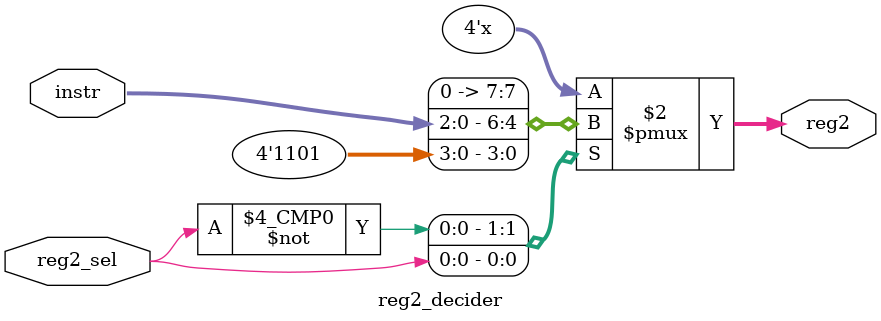
<source format=sv>
module reg2_decider (
    input logic [8:0] instr,
    input logic reg2_sel,
    output logic [3:0] reg2
);

  always_comb begin
    case (reg2_sel)
      1'b0: begin  // instruction-encoded, as normal
        reg2 = {1'b0, instr[2:0]};
      end
      1'b1: begin  // force frame base, for sti
        reg2 = 4'hd;
      end
      default: begin  // bad state
        reg2 = {1'b0, instr[2:0]};
      end
    endcase
  end

endmodule


</source>
